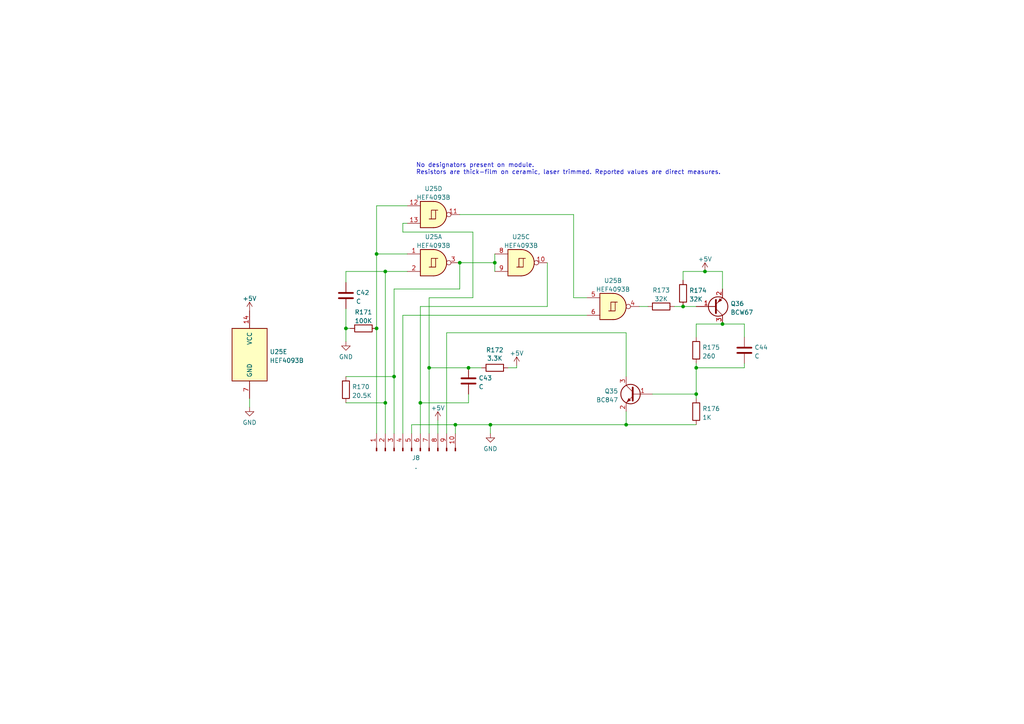
<source format=kicad_sch>
(kicad_sch (version 20231120) (generator "eeschema") (generator_version "8.0")
  (paper "A4")
  (lib_symbols
    (symbol "+5V_3" (power) (pin_names (offset 0))
      (property "Value" "+5V_3" (at 0 3.556 0))
      (symbol "+5V_3_0_1"
        (polyline (pts (xy -0.762 1.27) (xy 0 2.54)))
        (polyline (pts (xy 0 0) (xy 0 2.54)))
        (polyline (pts (xy 0 2.54) (xy 0.762 1.27)))
      )
      (symbol "+5V_3_1_1"
        (pin power_in line (at 0 0 90) (length 0) hide (name "+5V") (number "1"))
      )
    )
    (symbol "4xxx:HEF4093B" (pin_names (offset 1.016))
      (property "Reference" "U" (at 0 1.27 0))
      (property "Value" "HEF4093B" (at 0 -1.27 0))
      (symbol "HEF4093B_1_0"
        (polyline (pts (xy -0.635 -1.27) (xy -0.635 1.27) (xy 0.635 1.27)))
        (polyline (pts (xy -0.635 -1.27) (xy -0.635 1.27) (xy 0.635 1.27)))
        (polyline (pts (xy -1.27 -1.27) (xy 0.635 -1.27) (xy 0.635 1.27) (xy 1.27 1.27)))
        (polyline (pts (xy -1.27 -1.27) (xy 0.635 -1.27) (xy 0.635 1.27) (xy 1.27 1.27)))
      )
      (symbol "HEF4093B_1_1"
        (arc (start 0 -3.81) (mid 3.7934 0) (end 0 3.81) (stroke (width 0.254)) (fill (type background)))
        (polyline (pts (xy 0 3.81) (xy -3.81 3.81) (xy -3.81 -3.81) (xy 0 -3.81)) (stroke (width 0.254)) (fill (type background)))
        (pin input line (at -7.62 2.54 0) (length 3.81) (name "~") (number "1"))
        (pin input line (at -7.62 -2.54 0) (length 3.81) (name "~") (number "2"))
        (pin output inverted (at 7.62 0 180) (length 3.81) (name "~") (number "3"))
      )
      (symbol "HEF4093B_1_2"
        (arc (start -3.81 -3.81) (mid -2.589 0) (end -3.81 3.81) (stroke (width 0.254)))
        (arc (start -0.6096 -3.81) (mid 2.1842 -2.5851) (end 3.81 0) (stroke (width 0.254)) (fill (type background)))
        (polyline (pts (xy -3.81 -3.81) (xy -0.635 -3.81)) (stroke (width 0.254)) (fill (type background)))
        (polyline (pts (xy -3.81 3.81) (xy -0.635 3.81)) (stroke (width 0.254)) (fill (type background)))
        (polyline (pts (xy -0.635 3.81) (xy -3.81 3.81) (xy -3.81 3.81) (xy -3.556 3.4036) (xy -3.0226 2.2606) (xy -2.6924 1.0414) (xy -2.6162 -0.254) (xy -2.7686 -1.4986) (xy -3.175 -2.7178) (xy -3.81 -3.81) (xy -3.81 -3.81) (xy -0.635 -3.81)) (stroke (width -25.4)) (fill (type background)))
        (arc (start 3.81 0) (mid 2.1915 2.5936) (end -0.6096 3.81) (stroke (width 0.254)) (fill (type background)))
        (pin input inverted (at -7.62 2.54 0) (length 4.318) (name "~") (number "1"))
        (pin input inverted (at -7.62 -2.54 0) (length 4.318) (name "~") (number "2"))
        (pin output line (at 7.62 0 180) (length 3.81) (name "~") (number "3"))
      )
      (symbol "HEF4093B_2_0"
        (polyline (pts (xy -0.635 -1.27) (xy -0.635 1.27) (xy 0.635 1.27)))
        (polyline (pts (xy -0.635 -1.27) (xy -0.635 1.27) (xy 0.635 1.27)))
        (polyline (pts (xy -1.27 -1.27) (xy 0.635 -1.27) (xy 0.635 1.27) (xy 1.27 1.27)))
        (polyline (pts (xy -1.27 -1.27) (xy 0.635 -1.27) (xy 0.635 1.27) (xy 1.27 1.27)))
      )
      (symbol "HEF4093B_2_1"
        (arc (start 0 -3.81) (mid 3.7934 0) (end 0 3.81) (stroke (width 0.254)) (fill (type background)))
        (polyline (pts (xy 0 3.81) (xy -3.81 3.81) (xy -3.81 -3.81) (xy 0 -3.81)) (stroke (width 0.254)) (fill (type background)))
        (pin output inverted (at 7.62 0 180) (length 3.81) (name "~") (number "4"))
        (pin input line (at -7.62 2.54 0) (length 3.81) (name "~") (number "5"))
        (pin input line (at -7.62 -2.54 0) (length 3.81) (name "~") (number "6"))
      )
      (symbol "HEF4093B_2_2"
        (arc (start -3.81 -3.81) (mid -2.589 0) (end -3.81 3.81) (stroke (width 0.254)))
        (arc (start -0.6096 -3.81) (mid 2.1842 -2.5851) (end 3.81 0) (stroke (width 0.254)) (fill (type background)))
        (polyline (pts (xy -3.81 -3.81) (xy -0.635 -3.81)) (stroke (width 0.254)) (fill (type background)))
        (polyline (pts (xy -3.81 3.81) (xy -0.635 3.81)) (stroke (width 0.254)) (fill (type background)))
        (polyline (pts (xy -0.635 3.81) (xy -3.81 3.81) (xy -3.81 3.81) (xy -3.556 3.4036) (xy -3.0226 2.2606) (xy -2.6924 1.0414) (xy -2.6162 -0.254) (xy -2.7686 -1.4986) (xy -3.175 -2.7178) (xy -3.81 -3.81) (xy -3.81 -3.81) (xy -0.635 -3.81)) (stroke (width -25.4)) (fill (type background)))
        (arc (start 3.81 0) (mid 2.1915 2.5936) (end -0.6096 3.81) (stroke (width 0.254)) (fill (type background)))
        (pin output line (at 7.62 0 180) (length 3.81) (name "~") (number "4"))
        (pin input inverted (at -7.62 2.54 0) (length 4.318) (name "~") (number "5"))
        (pin input inverted (at -7.62 -2.54 0) (length 4.318) (name "~") (number "6"))
      )
      (symbol "HEF4093B_3_0"
        (polyline (pts (xy -0.635 -1.27) (xy -0.635 1.27) (xy 0.635 1.27)))
        (polyline (pts (xy -0.635 -1.27) (xy -0.635 1.27) (xy 0.635 1.27)))
        (polyline (pts (xy -1.27 -1.27) (xy 0.635 -1.27) (xy 0.635 1.27) (xy 1.27 1.27)))
        (polyline (pts (xy -1.27 -1.27) (xy 0.635 -1.27) (xy 0.635 1.27) (xy 1.27 1.27)))
      )
      (symbol "HEF4093B_3_1"
        (arc (start 0 -3.81) (mid 3.7934 0) (end 0 3.81) (stroke (width 0.254)) (fill (type background)))
        (polyline (pts (xy 0 3.81) (xy -3.81 3.81) (xy -3.81 -3.81) (xy 0 -3.81)) (stroke (width 0.254)) (fill (type background)))
        (pin output inverted (at 7.62 0 180) (length 3.81) (name "~") (number "10"))
        (pin input line (at -7.62 2.54 0) (length 3.81) (name "~") (number "8"))
        (pin input line (at -7.62 -2.54 0) (length 3.81) (name "~") (number "9"))
      )
      (symbol "HEF4093B_3_2"
        (arc (start -3.81 -3.81) (mid -2.589 0) (end -3.81 3.81) (stroke (width 0.254)))
        (arc (start -0.6096 -3.81) (mid 2.1842 -2.5851) (end 3.81 0) (stroke (width 0.254)) (fill (type background)))
        (polyline (pts (xy -3.81 -3.81) (xy -0.635 -3.81)) (stroke (width 0.254)) (fill (type background)))
        (polyline (pts (xy -3.81 3.81) (xy -0.635 3.81)) (stroke (width 0.254)) (fill (type background)))
        (polyline (pts (xy -0.635 3.81) (xy -3.81 3.81) (xy -3.81 3.81) (xy -3.556 3.4036) (xy -3.0226 2.2606) (xy -2.6924 1.0414) (xy -2.6162 -0.254) (xy -2.7686 -1.4986) (xy -3.175 -2.7178) (xy -3.81 -3.81) (xy -3.81 -3.81) (xy -0.635 -3.81)) (stroke (width -25.4)) (fill (type background)))
        (arc (start 3.81 0) (mid 2.1915 2.5936) (end -0.6096 3.81) (stroke (width 0.254)) (fill (type background)))
        (pin output line (at 7.62 0 180) (length 3.81) (name "~") (number "10"))
        (pin input inverted (at -7.62 2.54 0) (length 4.318) (name "~") (number "8"))
        (pin input inverted (at -7.62 -2.54 0) (length 4.318) (name "~") (number "9"))
      )
      (symbol "HEF4093B_4_0"
        (polyline (pts (xy -0.635 -1.27) (xy -0.635 1.27) (xy 0.635 1.27)))
        (polyline (pts (xy -0.635 -1.27) (xy -0.635 1.27) (xy 0.635 1.27)))
        (polyline (pts (xy -1.27 -1.27) (xy 0.635 -1.27) (xy 0.635 1.27) (xy 1.27 1.27)))
        (polyline (pts (xy -1.27 -1.27) (xy 0.635 -1.27) (xy 0.635 1.27) (xy 1.27 1.27)))
      )
      (symbol "HEF4093B_4_1"
        (arc (start 0 -3.81) (mid 3.7934 0) (end 0 3.81) (stroke (width 0.254)) (fill (type background)))
        (polyline (pts (xy 0 3.81) (xy -3.81 3.81) (xy -3.81 -3.81) (xy 0 -3.81)) (stroke (width 0.254)) (fill (type background)))
        (pin output inverted (at 7.62 0 180) (length 3.81) (name "~") (number "11"))
        (pin input line (at -7.62 2.54 0) (length 3.81) (name "~") (number "12"))
        (pin input line (at -7.62 -2.54 0) (length 3.81) (name "~") (number "13"))
      )
      (symbol "HEF4093B_4_2"
        (arc (start -3.81 -3.81) (mid -2.589 0) (end -3.81 3.81) (stroke (width 0.254)))
        (arc (start -0.6096 -3.81) (mid 2.1842 -2.5851) (end 3.81 0) (stroke (width 0.254)) (fill (type background)))
        (polyline (pts (xy -3.81 -3.81) (xy -0.635 -3.81)) (stroke (width 0.254)) (fill (type background)))
        (polyline (pts (xy -3.81 3.81) (xy -0.635 3.81)) (stroke (width 0.254)) (fill (type background)))
        (polyline (pts (xy -0.635 3.81) (xy -3.81 3.81) (xy -3.81 3.81) (xy -3.556 3.4036) (xy -3.0226 2.2606) (xy -2.6924 1.0414) (xy -2.6162 -0.254) (xy -2.7686 -1.4986) (xy -3.175 -2.7178) (xy -3.81 -3.81) (xy -3.81 -3.81) (xy -0.635 -3.81)) (stroke (width -25.4)) (fill (type background)))
        (arc (start 3.81 0) (mid 2.1915 2.5936) (end -0.6096 3.81) (stroke (width 0.254)) (fill (type background)))
        (pin output line (at 7.62 0 180) (length 3.81) (name "~") (number "11"))
        (pin input inverted (at -7.62 2.54 0) (length 4.318) (name "~") (number "12"))
        (pin input inverted (at -7.62 -2.54 0) (length 4.318) (name "~") (number "13"))
      )
      (symbol "HEF4093B_5_0"
        (pin power_in line (at 0 12.7 270) (length 5.08) (name "VCC") (number "14"))
        (pin power_in line (at 0 -12.7 90) (length 5.08) (name "GND") (number "7"))
      )
      (symbol "HEF4093B_5_1"
        (rectangle (start -5.08 7.62) (end 5.08 -7.62) (stroke (width 0.254)) (fill (type background)))
      )
    )
    (symbol "Connector:Conn_01x10_Male" (pin_names (offset 1.016) hide)
      (property "Reference" "J" (at 0 12.7 0))
      (property "Value" "Conn_01x10_Male" (at 0 -15.24 0))
      (symbol "Conn_01x10_Male_1_1"
        (polyline (pts (xy 1.27 -12.7) (xy 0.8636 -12.7)) (stroke (width 0.1524)))
        (polyline (pts (xy 1.27 -10.16) (xy 0.8636 -10.16)) (stroke (width 0.1524)))
        (polyline (pts (xy 1.27 -7.62) (xy 0.8636 -7.62)) (stroke (width 0.1524)))
        (polyline (pts (xy 1.27 -5.08) (xy 0.8636 -5.08)) (stroke (width 0.1524)))
        (polyline (pts (xy 1.27 -2.54) (xy 0.8636 -2.54)) (stroke (width 0.1524)))
        (polyline (pts (xy 1.27 0) (xy 0.8636 0)) (stroke (width 0.1524)))
        (polyline (pts (xy 1.27 2.54) (xy 0.8636 2.54)) (stroke (width 0.1524)))
        (polyline (pts (xy 1.27 5.08) (xy 0.8636 5.08)) (stroke (width 0.1524)))
        (polyline (pts (xy 1.27 7.62) (xy 0.8636 7.62)) (stroke (width 0.1524)))
        (polyline (pts (xy 1.27 10.16) (xy 0.8636 10.16)) (stroke (width 0.1524)))
        (rectangle (start 0.8636 -12.573) (end 0 -12.827) (stroke (width 0.1524)) (fill (type outline)))
        (rectangle (start 0.8636 -10.033) (end 0 -10.287) (stroke (width 0.1524)) (fill (type outline)))
        (rectangle (start 0.8636 -7.493) (end 0 -7.747) (stroke (width 0.1524)) (fill (type outline)))
        (rectangle (start 0.8636 -4.953) (end 0 -5.207) (stroke (width 0.1524)) (fill (type outline)))
        (rectangle (start 0.8636 -2.413) (end 0 -2.667) (stroke (width 0.1524)) (fill (type outline)))
        (rectangle (start 0.8636 0.127) (end 0 -0.127) (stroke (width 0.1524)) (fill (type outline)))
        (rectangle (start 0.8636 2.667) (end 0 2.413) (stroke (width 0.1524)) (fill (type outline)))
        (rectangle (start 0.8636 5.207) (end 0 4.953) (stroke (width 0.1524)) (fill (type outline)))
        (rectangle (start 0.8636 7.747) (end 0 7.493) (stroke (width 0.1524)) (fill (type outline)))
        (rectangle (start 0.8636 10.287) (end 0 10.033) (stroke (width 0.1524)) (fill (type outline)))
        (pin passive line (at 5.08 10.16 180) (length 3.81) (name "Pin_1") (number "1"))
        (pin passive line (at 5.08 -12.7 180) (length 3.81) (name "Pin_10") (number "10"))
        (pin passive line (at 5.08 7.62 180) (length 3.81) (name "Pin_2") (number "2"))
        (pin passive line (at 5.08 5.08 180) (length 3.81) (name "Pin_3") (number "3"))
        (pin passive line (at 5.08 2.54 180) (length 3.81) (name "Pin_4") (number "4"))
        (pin passive line (at 5.08 0 180) (length 3.81) (name "Pin_5") (number "5"))
        (pin passive line (at 5.08 -2.54 180) (length 3.81) (name "Pin_6") (number "6"))
        (pin passive line (at 5.08 -5.08 180) (length 3.81) (name "Pin_7") (number "7"))
        (pin passive line (at 5.08 -7.62 180) (length 3.81) (name "Pin_8") (number "8"))
        (pin passive line (at 5.08 -10.16 180) (length 3.81) (name "Pin_9") (number "9"))
      )
    )
    (symbol "Device:C" (pin_numbers hide) (pin_names (offset 0.254))
      (property "Reference" "C" (at 0.635 2.54 0))
      (property "Value" "C" (at 0.635 -2.54 0))
      (symbol "C_0_1"
        (polyline (pts (xy -2.032 -0.762) (xy 2.032 -0.762)) (stroke (width 0.508)))
        (polyline (pts (xy -2.032 0.762) (xy 2.032 0.762)) (stroke (width 0.508)))
      )
      (symbol "C_1_1"
        (pin passive line (at 0 3.81 270) (length 2.794) (name "~") (number "1"))
        (pin passive line (at 0 -3.81 90) (length 2.794) (name "~") (number "2"))
      )
    )
    (symbol "Device:R" (pin_numbers hide) (pin_names (offset 0))
      (property "Reference" "R" (at 2.032 0 90))
      (property "Value" "R" (at 0 0 90))
      (symbol "R_0_1"
        (rectangle (start -1.016 -2.54) (end 1.016 2.54) (stroke (width 0.254)))
      )
      (symbol "R_1_1"
        (pin passive line (at 0 3.81 270) (length 1.27) (name "~") (number "1"))
        (pin passive line (at 0 -3.81 90) (length 1.27) (name "~") (number "2"))
      )
    )
    (symbol "GND_3" (power) (pin_names (offset 0))
      (property "Value" "GND_3" (at 0 -3.81 0))
      (symbol "GND_3_0_1"
        (polyline (pts (xy 0 0) (xy 0 -1.27) (xy 1.27 -1.27) (xy 0 -2.54) (xy -1.27 -1.27) (xy 0 -1.27)))
      )
      (symbol "GND_3_1_1"
        (pin power_in line (at 0 0 270) (length 0) hide (name "GND") (number "1"))
      )
    )
    (symbol "Transistor_BJT:BC847" (pin_names (offset 0) hide)
      (property "Reference" "Q" (at 5.08 1.905 0))
      (property "Value" "BC847" (at 5.08 0 0))
      (symbol "BC847_0_1"
        (polyline (pts (xy 0.635 0.635) (xy 2.54 2.54)))
        (polyline (pts (xy 0.635 -0.635) (xy 2.54 -2.54) (xy 2.54 -2.54)))
        (polyline (pts (xy 0.635 1.905) (xy 0.635 -1.905) (xy 0.635 -1.905)) (stroke (width 0.508)))
        (polyline (pts (xy 1.27 -1.778) (xy 1.778 -1.27) (xy 2.286 -2.286) (xy 1.27 -1.778) (xy 1.27 -1.778)) (fill (type outline)))
        (circle (center 1.27 0) (radius 2.8194) (stroke (width 0.254)))
      )
      (symbol "BC847_1_1"
        (pin input line (at -5.08 0 0) (length 5.715) (name "B") (number "1"))
        (pin passive line (at 2.54 -5.08 90) (length 2.54) (name "E") (number "2"))
        (pin passive line (at 2.54 5.08 270) (length 2.54) (name "C") (number "3"))
      )
    )
    (symbol "Transistor_BJT:BC857" (pin_names (offset 0) hide)
      (property "Reference" "Q" (at 5.08 1.905 0))
      (property "Value" "BC857" (at 5.08 0 0))
      (symbol "BC857_0_1"
        (polyline (pts (xy 0.635 0.635) (xy 2.54 2.54)))
        (polyline (pts (xy 0.635 -0.635) (xy 2.54 -2.54) (xy 2.54 -2.54)))
        (polyline (pts (xy 0.635 1.905) (xy 0.635 -1.905) (xy 0.635 -1.905)) (stroke (width 0.508)))
        (polyline (pts (xy 2.286 -1.778) (xy 1.778 -2.286) (xy 1.27 -1.27) (xy 2.286 -1.778) (xy 2.286 -1.778)) (fill (type outline)))
        (circle (center 1.27 0) (radius 2.8194) (stroke (width 0.254)))
      )
      (symbol "BC857_1_1"
        (pin input line (at -5.08 0 0) (length 5.715) (name "B") (number "1"))
        (pin passive line (at 2.54 -5.08 90) (length 2.54) (name "E") (number "2"))
        (pin passive line (at 2.54 5.08 270) (length 2.54) (name "C") (number "3"))
      )
    )
  )
  (junction (at 142.24 123.19))
  (junction (at 204.47 78.74))
  (junction (at 198.12 88.9))
  (junction (at 209.55 93.98))
  (junction (at 111.76 78.74))
  (junction (at 201.93 106.68))
  (junction (at 135.89 106.68))
  (junction (at 181.61 123.19))
  (junction (at 201.93 114.3))
  (junction (at 133.35 76.2))
  (junction (at 111.76 116.84))
  (junction (at 109.22 95.25))
  (junction (at 121.92 116.84))
  (junction (at 114.3 109.22))
  (junction (at 100.33 95.25))
  (junction (at 109.22 73.66))
  (junction (at 124.46 106.68))
  (junction (at 143.51 76.2))
  (junction (at 132.08 123.19))
  (wire (pts (xy 204.47 78.74) (xy 209.55 78.74)))
  (wire (pts (xy 129.54 96.52) (xy 181.61 96.52)))
  (wire (pts (xy 201.93 106.68) (xy 215.9 106.68)))
  (wire (pts (xy 181.61 119.38) (xy 181.61 123.19)))
  (wire (pts (xy 209.55 78.74) (xy 209.55 83.82)))
  (wire (pts (xy 133.35 83.82) (xy 114.3 83.82)))
  (wire (pts (xy 149.86 106.68) (xy 149.86 106.045)))
  (wire (pts (xy 118.11 78.74) (xy 111.76 78.74)))
  (wire (pts (xy 101.6 95.25) (xy 100.33 95.25)))
  (wire (pts (xy 100.33 89.535) (xy 100.33 95.25)))
  (wire (pts (xy 100.33 116.84) (xy 111.76 116.84)))
  (wire (pts (xy 185.42 88.9) (xy 187.96 88.9)))
  (wire (pts (xy 116.84 91.44) (xy 170.18 91.44)))
  (wire (pts (xy 109.22 73.66) (xy 109.22 95.25)))
  (wire (pts (xy 121.92 116.84) (xy 121.92 88.9)))
  (wire (pts (xy 114.3 83.82) (xy 114.3 109.22)))
  (wire (pts (xy 132.08 123.19) (xy 132.08 125.73)))
  (wire (pts (xy 132.08 123.19) (xy 119.38 123.19)))
  (wire (pts (xy 111.76 78.74) (xy 111.76 116.84)))
  (wire (pts (xy 121.92 125.73) (xy 121.92 116.84)))
  (wire (pts (xy 135.89 116.84) (xy 121.92 116.84)))
  (wire (pts (xy 100.33 78.74) (xy 111.76 78.74)))
  (wire (pts (xy 198.12 78.74) (xy 204.47 78.74)))
  (wire (pts (xy 100.33 95.25) (xy 100.33 99.06)))
  (wire (pts (xy 201.93 114.3) (xy 201.93 115.57)))
  (wire (pts (xy 201.93 106.68) (xy 201.93 114.3)))
  (wire (pts (xy 124.46 86.36) (xy 124.46 106.68)))
  (wire (pts (xy 158.75 76.2) (xy 158.75 88.9)))
  (wire (pts (xy 116.84 67.31) (xy 116.84 64.77)))
  (wire (pts (xy 118.11 73.66) (xy 109.22 73.66)))
  (wire (pts (xy 181.61 96.52) (xy 181.61 109.22)))
  (wire (pts (xy 109.22 59.69) (xy 109.22 73.66)))
  (wire (pts (xy 143.51 73.66) (xy 143.51 76.2)))
  (wire (pts (xy 109.22 95.25) (xy 109.22 125.73)))
  (wire (pts (xy 111.76 116.84) (xy 111.76 125.73)))
  (wire (pts (xy 118.11 59.69) (xy 109.22 59.69)))
  (wire (pts (xy 133.35 62.23) (xy 166.37 62.23)))
  (wire (pts (xy 198.12 88.9) (xy 201.93 88.9)))
  (wire (pts (xy 72.39 115.57) (xy 72.39 118.11)))
  (wire (pts (xy 166.37 86.36) (xy 170.18 86.36)))
  (wire (pts (xy 124.46 106.68) (xy 124.46 125.73)))
  (wire (pts (xy 142.24 123.19) (xy 181.61 123.19)))
  (wire (pts (xy 100.33 81.915) (xy 100.33 78.74)))
  (wire (pts (xy 137.16 67.31) (xy 116.84 67.31)))
  (wire (pts (xy 133.35 76.2) (xy 133.35 83.82)))
  (wire (pts (xy 195.58 88.9) (xy 198.12 88.9)))
  (wire (pts (xy 100.33 109.22) (xy 114.3 109.22)))
  (wire (pts (xy 139.7 106.68) (xy 135.89 106.68)))
  (wire (pts (xy 215.9 93.98) (xy 209.55 93.98)))
  (wire (pts (xy 189.23 114.3) (xy 201.93 114.3)))
  (wire (pts (xy 129.54 125.73) (xy 129.54 96.52)))
  (wire (pts (xy 119.38 123.19) (xy 119.38 125.73)))
  (wire (pts (xy 124.46 86.36) (xy 137.16 86.36)))
  (wire (pts (xy 137.16 86.36) (xy 137.16 67.31)))
  (wire (pts (xy 215.9 97.79) (xy 215.9 93.98)))
  (wire (pts (xy 116.84 125.73) (xy 116.84 91.44)))
  (wire (pts (xy 121.92 88.9) (xy 158.75 88.9)))
  (wire (pts (xy 147.32 106.68) (xy 149.86 106.68)))
  (wire (pts (xy 198.12 78.74) (xy 198.12 81.28)))
  (wire (pts (xy 166.37 62.23) (xy 166.37 86.36)))
  (wire (pts (xy 142.24 125.73) (xy 142.24 123.19)))
  (wire (pts (xy 181.61 123.19) (xy 201.93 123.19)))
  (wire (pts (xy 142.24 123.19) (xy 132.08 123.19)))
  (wire (pts (xy 135.89 114.3) (xy 135.89 116.84)))
  (wire (pts (xy 114.3 109.22) (xy 114.3 125.73)))
  (wire (pts (xy 201.93 105.41) (xy 201.93 106.68)))
  (wire (pts (xy 201.93 97.79) (xy 201.93 93.98)))
  (wire (pts (xy 143.51 76.2) (xy 143.51 78.74)))
  (wire (pts (xy 215.9 105.41) (xy 215.9 106.68)))
  (wire (pts (xy 201.93 93.98) (xy 209.55 93.98)))
  (wire (pts (xy 133.35 76.2) (xy 143.51 76.2)))
  (wire (pts (xy 127 121.92) (xy 127 125.73)))
  (wire (pts (xy 116.84 64.77) (xy 118.11 64.77)))
  (wire (pts (xy 124.46 106.68) (xy 135.89 106.68)))
  (text "No designators present on module.\nResistors are thick-film on ceramic, laser trimmed. Reported values are direct measures." (at 120.65 50.8 0) (effects (font (size 1.27 1.27)) (justify left bottom)))
  (symbol (lib_id "Device:R") (at 105.41 95.25 90) (unit 1)
    (property "Reference" "R171" (at 105.41 90.5342 90))
    (property "Value" "100K" (at 105.41 93.0711 90))
  )
  (symbol (lib_name "GND_3") (lib_id "power:GND") (at 100.33 99.06 0) (unit 1)
    (property "Reference" "#PWR0276" (effects (hide yes)))
    (property "Value" "GND" (at 100.33 103.5034 0))
  )
  (symbol (lib_id "Device:C") (at 135.89 110.49 0) (unit 1)
    (property "Reference" "C43" (at 138.811 109.6553 0) (effects (justify left)))
    (property "Value" "C" (at 138.811 112.1922 0) (effects (justify left)))
  )
  (symbol (lib_id "4xxx:HEF4093B") (at 125.73 62.23 0) (unit 4)
    (property "Reference" "U25" (at 125.73 54.7202 0))
    (property "Value" "HEF4093B" (at 125.73 57.2571 0))
    (property "Datasheet" "https://assets.nexperia.com/documents/data-sheet/HEF4093B.pdf" (effects (hide yes)))
  )
  (symbol (lib_name "GND_3") (lib_id "power:GND") (at 142.24 125.73 0) (unit 1)
    (property "Reference" "#PWR0278" (effects (hide yes)))
    (property "Value" "GND" (at 142.24 130.1734 0))
  )
  (symbol (lib_name "+5V_3") (lib_id "power:+5V") (at 72.39 90.17 0) (unit 1)
    (property "Reference" "#PWR0274" (effects (hide yes)))
    (property "Value" "+5V" (at 72.39 86.5942 0))
  )
  (symbol (lib_id "Device:R") (at 100.33 113.03 0) (unit 1)
    (property "Reference" "R170" (at 102.108 112.1953 0) (effects (justify left)))
    (property "Value" "20.5K" (at 102.108 114.7322 0) (effects (justify left)))
  )
  (symbol (lib_id "Transistor_BJT:BC847") (at 184.15 114.3 0) (mirror y) (unit 1)
    (property "Reference" "Q35" (at 179.2986 113.4653 0) (effects (justify left)))
    (property "Value" "BC847" (at 179.2986 116.0022 0) (effects (justify left)))
    (property "Footprint" "Package_TO_SOT_SMD:SOT-23" (effects (hide yes)))
    (property "Datasheet" "http://www.infineon.com/dgdl/Infineon-BC847SERIES_BC848SERIES_BC849SERIES_BC850SERIES-DS-v01_01-en.pdf?fileId=db3a304314dca389011541d4630a1657" (effects (hide yes)))
  )
  (symbol (lib_id "Device:R") (at 191.77 88.9 90) (unit 1)
    (property "Reference" "R173" (at 191.77 84.1842 90))
    (property "Value" "32K" (at 191.77 86.7211 90))
  )
  (symbol (lib_name "+5V_3") (lib_id "power:+5V") (at 127 121.92 0) (unit 1)
    (property "Reference" "#PWR0277" (effects (hide yes)))
    (property "Value" "+5V" (at 127 118.3442 0))
  )
  (symbol (lib_id "4xxx:HEF4093B") (at 151.13 76.2 0) (unit 3)
    (property "Reference" "U25" (at 151.13 68.6902 0))
    (property "Value" "HEF4093B" (at 151.13 71.2271 0))
    (property "Datasheet" "https://assets.nexperia.com/documents/data-sheet/HEF4093B.pdf" (effects (hide yes)))
  )
  (symbol (lib_id "Device:R") (at 198.12 85.09 180) (unit 1)
    (property "Reference" "R174" (at 199.898 84.2553 0) (effects (justify right)))
    (property "Value" "32K" (at 199.898 86.7922 0) (effects (justify right)))
  )
  (symbol (lib_id "Device:R") (at 201.93 119.38 180) (unit 1)
    (property "Reference" "R176" (at 203.708 118.5453 0) (effects (justify right)))
    (property "Value" "1K" (at 203.708 121.0822 0) (effects (justify right)))
  )
  (symbol (lib_id "Device:R") (at 143.51 106.68 270) (unit 1)
    (property "Reference" "R172" (at 143.51 101.5197 90))
    (property "Value" "3.3K" (at 143.51 103.9439 90))
  )
  (symbol (lib_name "+5V_3") (lib_id "power:+5V") (at 204.47 78.74 0) (unit 1)
    (property "Reference" "#PWR0280" (effects (hide yes)))
    (property "Value" "+5V" (at 204.47 75.1642 0))
  )
  (symbol (lib_name "GND_3") (lib_id "power:GND") (at 72.39 118.11 0) (unit 1)
    (property "Reference" "#PWR0275" (effects (hide yes)))
    (property "Value" "GND" (at 72.39 122.5534 0))
  )
  (symbol (lib_id "Transistor_BJT:BC857") (at 207.01 88.9 0) (mirror x) (unit 1)
    (property "Reference" "Q36" (at 211.8614 88.0653 0) (effects (justify left)))
    (property "Value" "BCW67" (at 211.8614 90.6022 0) (effects (justify left)))
    (property "Footprint" "Package_TO_SOT_SMD:SOT-23" (effects (hide yes)))
    (property "Datasheet" "https://www.onsemi.com/pub/Collateral/BC860-D.pdf" (effects (hide yes)))
  )
  (symbol (lib_name "+5V_3") (lib_id "power:+5V") (at 149.86 106.045 0) (unit 1)
    (property "Reference" "#PWR0279" (effects (hide yes)))
    (property "Value" "+5V" (at 149.86 102.4692 0))
  )
  (symbol (lib_id "Connector:Conn_01x10_Male") (at 119.38 130.81 90) (unit 1)
    (property "Reference" "J8" (at 120.65 132.7896 90))
    (property "Value" "." (at 120.65 135.3265 90))
  )
  (symbol (lib_id "4xxx:HEF4093B") (at 125.73 76.2 0) (unit 1)
    (property "Reference" "U25" (at 125.73 68.6902 0))
    (property "Value" "HEF4093B" (at 125.73 71.2271 0))
    (property "Datasheet" "https://assets.nexperia.com/documents/data-sheet/HEF4093B.pdf" (effects (hide yes)))
  )
  (symbol (lib_id "4xxx:HEF4093B") (at 177.8 88.9 0) (unit 2)
    (property "Reference" "U25" (at 177.8 81.3902 0))
    (property "Value" "HEF4093B" (at 177.8 83.9271 0))
    (property "Datasheet" "https://assets.nexperia.com/documents/data-sheet/HEF4093B.pdf" (effects (hide yes)))
  )
  (symbol (lib_id "4xxx:HEF4093B") (at 72.39 102.87 0) (unit 5)
    (property "Reference" "U25" (at 78.232 102.0353 0) (effects (justify left)))
    (property "Value" "HEF4093B" (at 78.232 104.5722 0) (effects (justify left)))
    (property "Datasheet" "https://assets.nexperia.com/documents/data-sheet/HEF4093B.pdf" (effects (hide yes)))
  )
  (symbol (lib_id "Device:R") (at 201.93 101.6 180) (unit 1)
    (property "Reference" "R175" (at 203.708 100.7653 0) (effects (justify right)))
    (property "Value" "260" (at 203.708 103.3022 0) (effects (justify right)))
  )
  (symbol (lib_id "Device:C") (at 100.33 85.725 0) (unit 1)
    (property "Reference" "C42" (at 103.251 84.8903 0) (effects (justify left)))
    (property "Value" "C" (at 103.251 87.4272 0) (effects (justify left)))
  )
  (symbol (lib_id "Device:C") (at 215.9 101.6 0) (unit 1)
    (property "Reference" "C44" (at 218.821 100.7653 0) (effects (justify left)))
    (property "Value" "C" (at 218.821 103.3022 0) (effects (justify left)))
  )
)
</source>
